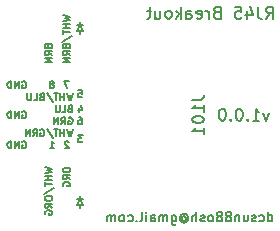
<source format=gbr>
G04 #@! TF.FileFunction,Legend,Bot*
%FSLAX46Y46*%
G04 Gerber Fmt 4.6, Leading zero omitted, Abs format (unit mm)*
G04 Created by KiCad (PCBNEW 4.0.7) date Wed May 30 19:33:10 2018*
%MOMM*%
%LPD*%
G01*
G04 APERTURE LIST*
%ADD10C,0.100000*%
%ADD11C,0.127000*%
%ADD12C,0.150000*%
%ADD13C,1.371600*%
%ADD14C,3.276600*%
%ADD15C,1.752600*%
%ADD16C,4.101600*%
%ADD17C,1.244600*%
G04 APERTURE END LIST*
D10*
D11*
X133400857Y-98760000D02*
X133458000Y-98731429D01*
X133543714Y-98731429D01*
X133629429Y-98760000D01*
X133686571Y-98817143D01*
X133715143Y-98874286D01*
X133743714Y-98988571D01*
X133743714Y-99074286D01*
X133715143Y-99188571D01*
X133686571Y-99245714D01*
X133629429Y-99302857D01*
X133543714Y-99331429D01*
X133486571Y-99331429D01*
X133400857Y-99302857D01*
X133372286Y-99274286D01*
X133372286Y-99074286D01*
X133486571Y-99074286D01*
X133115143Y-99331429D02*
X133115143Y-98731429D01*
X132772286Y-99331429D01*
X132772286Y-98731429D01*
X132486572Y-99331429D02*
X132486572Y-98731429D01*
X132343715Y-98731429D01*
X132258000Y-98760000D01*
X132200858Y-98817143D01*
X132172286Y-98874286D01*
X132143715Y-98988571D01*
X132143715Y-99074286D01*
X132172286Y-99188571D01*
X132200858Y-99245714D01*
X132258000Y-99302857D01*
X132343715Y-99331429D01*
X132486572Y-99331429D01*
X133400857Y-101300000D02*
X133458000Y-101271429D01*
X133543714Y-101271429D01*
X133629429Y-101300000D01*
X133686571Y-101357143D01*
X133715143Y-101414286D01*
X133743714Y-101528571D01*
X133743714Y-101614286D01*
X133715143Y-101728571D01*
X133686571Y-101785714D01*
X133629429Y-101842857D01*
X133543714Y-101871429D01*
X133486571Y-101871429D01*
X133400857Y-101842857D01*
X133372286Y-101814286D01*
X133372286Y-101614286D01*
X133486571Y-101614286D01*
X133115143Y-101871429D02*
X133115143Y-101271429D01*
X132772286Y-101871429D01*
X132772286Y-101271429D01*
X132486572Y-101871429D02*
X132486572Y-101271429D01*
X132343715Y-101271429D01*
X132258000Y-101300000D01*
X132200858Y-101357143D01*
X132172286Y-101414286D01*
X132143715Y-101528571D01*
X132143715Y-101614286D01*
X132172286Y-101728571D01*
X132200858Y-101785714D01*
X132258000Y-101842857D01*
X132343715Y-101871429D01*
X132486572Y-101871429D01*
X133400857Y-103840000D02*
X133458000Y-103811429D01*
X133543714Y-103811429D01*
X133629429Y-103840000D01*
X133686571Y-103897143D01*
X133715143Y-103954286D01*
X133743714Y-104068571D01*
X133743714Y-104154286D01*
X133715143Y-104268571D01*
X133686571Y-104325714D01*
X133629429Y-104382857D01*
X133543714Y-104411429D01*
X133486571Y-104411429D01*
X133400857Y-104382857D01*
X133372286Y-104354286D01*
X133372286Y-104154286D01*
X133486571Y-104154286D01*
X133115143Y-104411429D02*
X133115143Y-103811429D01*
X132772286Y-104411429D01*
X132772286Y-103811429D01*
X132486572Y-104411429D02*
X132486572Y-103811429D01*
X132343715Y-103811429D01*
X132258000Y-103840000D01*
X132200858Y-103897143D01*
X132172286Y-103954286D01*
X132143715Y-104068571D01*
X132143715Y-104154286D01*
X132172286Y-104268571D01*
X132200858Y-104325714D01*
X132258000Y-104382857D01*
X132343715Y-104411429D01*
X132486572Y-104411429D01*
X136831429Y-106175143D02*
X136831429Y-106289429D01*
X136860000Y-106346571D01*
X136917143Y-106403714D01*
X137031429Y-106432286D01*
X137231429Y-106432286D01*
X137345714Y-106403714D01*
X137402857Y-106346571D01*
X137431429Y-106289429D01*
X137431429Y-106175143D01*
X137402857Y-106118000D01*
X137345714Y-106060857D01*
X137231429Y-106032286D01*
X137031429Y-106032286D01*
X136917143Y-106060857D01*
X136860000Y-106118000D01*
X136831429Y-106175143D01*
X137431429Y-107032285D02*
X137145714Y-106832285D01*
X137431429Y-106689428D02*
X136831429Y-106689428D01*
X136831429Y-106918000D01*
X136860000Y-106975142D01*
X136888571Y-107003714D01*
X136945714Y-107032285D01*
X137031429Y-107032285D01*
X137088571Y-107003714D01*
X137117143Y-106975142D01*
X137145714Y-106918000D01*
X137145714Y-106689428D01*
X136860000Y-107603714D02*
X136831429Y-107546571D01*
X136831429Y-107460857D01*
X136860000Y-107375142D01*
X136917143Y-107318000D01*
X136974286Y-107289428D01*
X137088571Y-107260857D01*
X137174286Y-107260857D01*
X137288571Y-107289428D01*
X137345714Y-107318000D01*
X137402857Y-107375142D01*
X137431429Y-107460857D01*
X137431429Y-107518000D01*
X137402857Y-107603714D01*
X137374286Y-107632285D01*
X137174286Y-107632285D01*
X137174286Y-107518000D01*
X135307429Y-106003714D02*
X135907429Y-106146571D01*
X135478857Y-106260857D01*
X135907429Y-106375143D01*
X135307429Y-106518000D01*
X135907429Y-106746571D02*
X135307429Y-106746571D01*
X135593143Y-106746571D02*
X135593143Y-107089428D01*
X135907429Y-107089428D02*
X135307429Y-107089428D01*
X135307429Y-107289428D02*
X135307429Y-107632285D01*
X135907429Y-107460856D02*
X135307429Y-107460856D01*
X135278857Y-108260857D02*
X136050286Y-107746571D01*
X135307429Y-108575142D02*
X135307429Y-108689428D01*
X135336000Y-108746570D01*
X135393143Y-108803713D01*
X135507429Y-108832285D01*
X135707429Y-108832285D01*
X135821714Y-108803713D01*
X135878857Y-108746570D01*
X135907429Y-108689428D01*
X135907429Y-108575142D01*
X135878857Y-108517999D01*
X135821714Y-108460856D01*
X135707429Y-108432285D01*
X135507429Y-108432285D01*
X135393143Y-108460856D01*
X135336000Y-108517999D01*
X135307429Y-108575142D01*
X135907429Y-109432284D02*
X135621714Y-109232284D01*
X135907429Y-109089427D02*
X135307429Y-109089427D01*
X135307429Y-109317999D01*
X135336000Y-109375141D01*
X135364571Y-109403713D01*
X135421714Y-109432284D01*
X135507429Y-109432284D01*
X135564571Y-109403713D01*
X135593143Y-109375141D01*
X135621714Y-109317999D01*
X135621714Y-109089427D01*
X135336000Y-110003713D02*
X135307429Y-109946570D01*
X135307429Y-109860856D01*
X135336000Y-109775141D01*
X135393143Y-109717999D01*
X135450286Y-109689427D01*
X135564571Y-109660856D01*
X135650286Y-109660856D01*
X135764571Y-109689427D01*
X135821714Y-109717999D01*
X135878857Y-109775141D01*
X135907429Y-109860856D01*
X135907429Y-109917999D01*
X135878857Y-110003713D01*
X135850286Y-110032284D01*
X135650286Y-110032284D01*
X135650286Y-109917999D01*
X137709286Y-102795429D02*
X137566429Y-103395429D01*
X137452143Y-102966857D01*
X137337857Y-103395429D01*
X137195000Y-102795429D01*
X136966429Y-103395429D02*
X136966429Y-102795429D01*
X136966429Y-103081143D02*
X136623572Y-103081143D01*
X136623572Y-103395429D02*
X136623572Y-102795429D01*
X136423572Y-102795429D02*
X136080715Y-102795429D01*
X136252144Y-103395429D02*
X136252144Y-102795429D01*
X135452143Y-102766857D02*
X135966429Y-103538286D01*
X134937858Y-102824000D02*
X134995001Y-102795429D01*
X135080715Y-102795429D01*
X135166430Y-102824000D01*
X135223572Y-102881143D01*
X135252144Y-102938286D01*
X135280715Y-103052571D01*
X135280715Y-103138286D01*
X135252144Y-103252571D01*
X135223572Y-103309714D01*
X135166430Y-103366857D01*
X135080715Y-103395429D01*
X135023572Y-103395429D01*
X134937858Y-103366857D01*
X134909287Y-103338286D01*
X134909287Y-103138286D01*
X135023572Y-103138286D01*
X134309287Y-103395429D02*
X134509287Y-103109714D01*
X134652144Y-103395429D02*
X134652144Y-102795429D01*
X134423572Y-102795429D01*
X134366430Y-102824000D01*
X134337858Y-102852571D01*
X134309287Y-102909714D01*
X134309287Y-102995429D01*
X134337858Y-103052571D01*
X134366430Y-103081143D01*
X134423572Y-103109714D01*
X134652144Y-103109714D01*
X134052144Y-103395429D02*
X134052144Y-102795429D01*
X133709287Y-103395429D01*
X133709287Y-102795429D01*
X137337857Y-101808000D02*
X137395000Y-101779429D01*
X137480714Y-101779429D01*
X137566429Y-101808000D01*
X137623571Y-101865143D01*
X137652143Y-101922286D01*
X137680714Y-102036571D01*
X137680714Y-102122286D01*
X137652143Y-102236571D01*
X137623571Y-102293714D01*
X137566429Y-102350857D01*
X137480714Y-102379429D01*
X137423571Y-102379429D01*
X137337857Y-102350857D01*
X137309286Y-102322286D01*
X137309286Y-102122286D01*
X137423571Y-102122286D01*
X136709286Y-102379429D02*
X136909286Y-102093714D01*
X137052143Y-102379429D02*
X137052143Y-101779429D01*
X136823571Y-101779429D01*
X136766429Y-101808000D01*
X136737857Y-101836571D01*
X136709286Y-101893714D01*
X136709286Y-101979429D01*
X136737857Y-102036571D01*
X136766429Y-102065143D01*
X136823571Y-102093714D01*
X137052143Y-102093714D01*
X136452143Y-102379429D02*
X136452143Y-101779429D01*
X136109286Y-102379429D01*
X136109286Y-101779429D01*
X137452143Y-101049143D02*
X137366429Y-101077714D01*
X137337857Y-101106286D01*
X137309286Y-101163429D01*
X137309286Y-101249143D01*
X137337857Y-101306286D01*
X137366429Y-101334857D01*
X137423571Y-101363429D01*
X137652143Y-101363429D01*
X137652143Y-100763429D01*
X137452143Y-100763429D01*
X137395000Y-100792000D01*
X137366429Y-100820571D01*
X137337857Y-100877714D01*
X137337857Y-100934857D01*
X137366429Y-100992000D01*
X137395000Y-101020571D01*
X137452143Y-101049143D01*
X137652143Y-101049143D01*
X136766429Y-101363429D02*
X137052143Y-101363429D01*
X137052143Y-100763429D01*
X136566429Y-100763429D02*
X136566429Y-101249143D01*
X136537857Y-101306286D01*
X136509286Y-101334857D01*
X136452143Y-101363429D01*
X136337857Y-101363429D01*
X136280715Y-101334857D01*
X136252143Y-101306286D01*
X136223572Y-101249143D01*
X136223572Y-100763429D01*
X137709286Y-99747429D02*
X137566429Y-100347429D01*
X137452143Y-99918857D01*
X137337857Y-100347429D01*
X137195000Y-99747429D01*
X136966429Y-100347429D02*
X136966429Y-99747429D01*
X136966429Y-100033143D02*
X136623572Y-100033143D01*
X136623572Y-100347429D02*
X136623572Y-99747429D01*
X136423572Y-99747429D02*
X136080715Y-99747429D01*
X136252144Y-100347429D02*
X136252144Y-99747429D01*
X135452143Y-99718857D02*
X135966429Y-100490286D01*
X135052144Y-100033143D02*
X134966430Y-100061714D01*
X134937858Y-100090286D01*
X134909287Y-100147429D01*
X134909287Y-100233143D01*
X134937858Y-100290286D01*
X134966430Y-100318857D01*
X135023572Y-100347429D01*
X135252144Y-100347429D01*
X135252144Y-99747429D01*
X135052144Y-99747429D01*
X134995001Y-99776000D01*
X134966430Y-99804571D01*
X134937858Y-99861714D01*
X134937858Y-99918857D01*
X134966430Y-99976000D01*
X134995001Y-100004571D01*
X135052144Y-100033143D01*
X135252144Y-100033143D01*
X134366430Y-100347429D02*
X134652144Y-100347429D01*
X134652144Y-99747429D01*
X134166430Y-99747429D02*
X134166430Y-100233143D01*
X134137858Y-100290286D01*
X134109287Y-100318857D01*
X134052144Y-100347429D01*
X133937858Y-100347429D01*
X133880716Y-100318857D01*
X133852144Y-100290286D01*
X133823573Y-100233143D01*
X133823573Y-99747429D01*
X135593143Y-95796286D02*
X135621714Y-95882000D01*
X135650286Y-95910572D01*
X135707429Y-95939143D01*
X135793143Y-95939143D01*
X135850286Y-95910572D01*
X135878857Y-95882000D01*
X135907429Y-95824858D01*
X135907429Y-95596286D01*
X135307429Y-95596286D01*
X135307429Y-95796286D01*
X135336000Y-95853429D01*
X135364571Y-95882000D01*
X135421714Y-95910572D01*
X135478857Y-95910572D01*
X135536000Y-95882000D01*
X135564571Y-95853429D01*
X135593143Y-95796286D01*
X135593143Y-95596286D01*
X135907429Y-96539143D02*
X135621714Y-96339143D01*
X135907429Y-96196286D02*
X135307429Y-96196286D01*
X135307429Y-96424858D01*
X135336000Y-96482000D01*
X135364571Y-96510572D01*
X135421714Y-96539143D01*
X135507429Y-96539143D01*
X135564571Y-96510572D01*
X135593143Y-96482000D01*
X135621714Y-96424858D01*
X135621714Y-96196286D01*
X135907429Y-96796286D02*
X135307429Y-96796286D01*
X135907429Y-97139143D01*
X135307429Y-97139143D01*
X136831429Y-93139144D02*
X137431429Y-93282001D01*
X137002857Y-93396287D01*
X137431429Y-93510573D01*
X136831429Y-93653430D01*
X137431429Y-93882001D02*
X136831429Y-93882001D01*
X137117143Y-93882001D02*
X137117143Y-94224858D01*
X137431429Y-94224858D02*
X136831429Y-94224858D01*
X136831429Y-94424858D02*
X136831429Y-94767715D01*
X137431429Y-94596286D02*
X136831429Y-94596286D01*
X136802857Y-95396287D02*
X137574286Y-94882001D01*
X137117143Y-95796286D02*
X137145714Y-95882000D01*
X137174286Y-95910572D01*
X137231429Y-95939143D01*
X137317143Y-95939143D01*
X137374286Y-95910572D01*
X137402857Y-95882000D01*
X137431429Y-95824858D01*
X137431429Y-95596286D01*
X136831429Y-95596286D01*
X136831429Y-95796286D01*
X136860000Y-95853429D01*
X136888571Y-95882000D01*
X136945714Y-95910572D01*
X137002857Y-95910572D01*
X137060000Y-95882000D01*
X137088571Y-95853429D01*
X137117143Y-95796286D01*
X137117143Y-95596286D01*
X137431429Y-96539143D02*
X137145714Y-96339143D01*
X137431429Y-96196286D02*
X136831429Y-96196286D01*
X136831429Y-96424858D01*
X136860000Y-96482000D01*
X136888571Y-96510572D01*
X136945714Y-96539143D01*
X137031429Y-96539143D01*
X137088571Y-96510572D01*
X137117143Y-96482000D01*
X137145714Y-96424858D01*
X137145714Y-96196286D01*
X137431429Y-96796286D02*
X136831429Y-96796286D01*
X137431429Y-97139143D01*
X136831429Y-97139143D01*
D12*
X154042477Y-93416381D02*
X154375811Y-92940190D01*
X154613906Y-93416381D02*
X154613906Y-92416381D01*
X154232953Y-92416381D01*
X154137715Y-92464000D01*
X154090096Y-92511619D01*
X154042477Y-92606857D01*
X154042477Y-92749714D01*
X154090096Y-92844952D01*
X154137715Y-92892571D01*
X154232953Y-92940190D01*
X154613906Y-92940190D01*
X153328191Y-92416381D02*
X153328191Y-93130667D01*
X153375811Y-93273524D01*
X153471049Y-93368762D01*
X153613906Y-93416381D01*
X153709144Y-93416381D01*
X152423429Y-92749714D02*
X152423429Y-93416381D01*
X152661525Y-92368762D02*
X152899620Y-93083048D01*
X152280572Y-93083048D01*
X151423429Y-92416381D02*
X151899620Y-92416381D01*
X151947239Y-92892571D01*
X151899620Y-92844952D01*
X151804382Y-92797333D01*
X151566286Y-92797333D01*
X151471048Y-92844952D01*
X151423429Y-92892571D01*
X151375810Y-92987810D01*
X151375810Y-93225905D01*
X151423429Y-93321143D01*
X151471048Y-93368762D01*
X151566286Y-93416381D01*
X151804382Y-93416381D01*
X151899620Y-93368762D01*
X151947239Y-93321143D01*
X149852000Y-92892571D02*
X149709143Y-92940190D01*
X149661524Y-92987810D01*
X149613905Y-93083048D01*
X149613905Y-93225905D01*
X149661524Y-93321143D01*
X149709143Y-93368762D01*
X149804381Y-93416381D01*
X150185334Y-93416381D01*
X150185334Y-92416381D01*
X149852000Y-92416381D01*
X149756762Y-92464000D01*
X149709143Y-92511619D01*
X149661524Y-92606857D01*
X149661524Y-92702095D01*
X149709143Y-92797333D01*
X149756762Y-92844952D01*
X149852000Y-92892571D01*
X150185334Y-92892571D01*
X149185334Y-93416381D02*
X149185334Y-92749714D01*
X149185334Y-92940190D02*
X149137715Y-92844952D01*
X149090096Y-92797333D01*
X148994858Y-92749714D01*
X148899619Y-92749714D01*
X148185333Y-93368762D02*
X148280571Y-93416381D01*
X148471048Y-93416381D01*
X148566286Y-93368762D01*
X148613905Y-93273524D01*
X148613905Y-92892571D01*
X148566286Y-92797333D01*
X148471048Y-92749714D01*
X148280571Y-92749714D01*
X148185333Y-92797333D01*
X148137714Y-92892571D01*
X148137714Y-92987810D01*
X148613905Y-93083048D01*
X147280571Y-93416381D02*
X147280571Y-92892571D01*
X147328190Y-92797333D01*
X147423428Y-92749714D01*
X147613905Y-92749714D01*
X147709143Y-92797333D01*
X147280571Y-93368762D02*
X147375809Y-93416381D01*
X147613905Y-93416381D01*
X147709143Y-93368762D01*
X147756762Y-93273524D01*
X147756762Y-93178286D01*
X147709143Y-93083048D01*
X147613905Y-93035429D01*
X147375809Y-93035429D01*
X147280571Y-92987810D01*
X146804381Y-93416381D02*
X146804381Y-92416381D01*
X146709143Y-93035429D02*
X146423428Y-93416381D01*
X146423428Y-92749714D02*
X146804381Y-93130667D01*
X145852000Y-93416381D02*
X145947238Y-93368762D01*
X145994857Y-93321143D01*
X146042476Y-93225905D01*
X146042476Y-92940190D01*
X145994857Y-92844952D01*
X145947238Y-92797333D01*
X145852000Y-92749714D01*
X145709142Y-92749714D01*
X145613904Y-92797333D01*
X145566285Y-92844952D01*
X145518666Y-92940190D01*
X145518666Y-93225905D01*
X145566285Y-93321143D01*
X145613904Y-93368762D01*
X145709142Y-93416381D01*
X145852000Y-93416381D01*
X144661523Y-92749714D02*
X144661523Y-93416381D01*
X145090095Y-92749714D02*
X145090095Y-93273524D01*
X145042476Y-93368762D01*
X144947238Y-93416381D01*
X144804380Y-93416381D01*
X144709142Y-93368762D01*
X144661523Y-93321143D01*
X144328190Y-92749714D02*
X143947238Y-92749714D01*
X144185333Y-92416381D02*
X144185333Y-93273524D01*
X144137714Y-93368762D01*
X144042476Y-93416381D01*
X143947238Y-93416381D01*
X154288857Y-101385714D02*
X154050762Y-102052381D01*
X153812666Y-101385714D01*
X152907904Y-102052381D02*
X153479333Y-102052381D01*
X153193619Y-102052381D02*
X153193619Y-101052381D01*
X153288857Y-101195238D01*
X153384095Y-101290476D01*
X153479333Y-101338095D01*
X152479333Y-101957143D02*
X152431714Y-102004762D01*
X152479333Y-102052381D01*
X152526952Y-102004762D01*
X152479333Y-101957143D01*
X152479333Y-102052381D01*
X151812667Y-101052381D02*
X151717428Y-101052381D01*
X151622190Y-101100000D01*
X151574571Y-101147619D01*
X151526952Y-101242857D01*
X151479333Y-101433333D01*
X151479333Y-101671429D01*
X151526952Y-101861905D01*
X151574571Y-101957143D01*
X151622190Y-102004762D01*
X151717428Y-102052381D01*
X151812667Y-102052381D01*
X151907905Y-102004762D01*
X151955524Y-101957143D01*
X152003143Y-101861905D01*
X152050762Y-101671429D01*
X152050762Y-101433333D01*
X152003143Y-101242857D01*
X151955524Y-101147619D01*
X151907905Y-101100000D01*
X151812667Y-101052381D01*
X151050762Y-101957143D02*
X151003143Y-102004762D01*
X151050762Y-102052381D01*
X151098381Y-102004762D01*
X151050762Y-101957143D01*
X151050762Y-102052381D01*
X150384096Y-101052381D02*
X150288857Y-101052381D01*
X150193619Y-101100000D01*
X150146000Y-101147619D01*
X150098381Y-101242857D01*
X150050762Y-101433333D01*
X150050762Y-101671429D01*
X150098381Y-101861905D01*
X150146000Y-101957143D01*
X150193619Y-102004762D01*
X150288857Y-102052381D01*
X150384096Y-102052381D01*
X150479334Y-102004762D01*
X150526953Y-101957143D01*
X150574572Y-101861905D01*
X150622191Y-101671429D01*
X150622191Y-101433333D01*
X150574572Y-101242857D01*
X150526953Y-101147619D01*
X150479334Y-101100000D01*
X150384096Y-101052381D01*
X154202573Y-110597905D02*
X154202573Y-109797905D01*
X154202573Y-110559810D02*
X154278763Y-110597905D01*
X154431144Y-110597905D01*
X154507335Y-110559810D01*
X154545430Y-110521714D01*
X154583525Y-110445524D01*
X154583525Y-110216952D01*
X154545430Y-110140762D01*
X154507335Y-110102667D01*
X154431144Y-110064571D01*
X154278763Y-110064571D01*
X154202573Y-110102667D01*
X153478763Y-110559810D02*
X153554953Y-110597905D01*
X153707334Y-110597905D01*
X153783525Y-110559810D01*
X153821620Y-110521714D01*
X153859715Y-110445524D01*
X153859715Y-110216952D01*
X153821620Y-110140762D01*
X153783525Y-110102667D01*
X153707334Y-110064571D01*
X153554953Y-110064571D01*
X153478763Y-110102667D01*
X153174001Y-110559810D02*
X153097811Y-110597905D01*
X152945430Y-110597905D01*
X152869239Y-110559810D01*
X152831144Y-110483619D01*
X152831144Y-110445524D01*
X152869239Y-110369333D01*
X152945430Y-110331238D01*
X153059715Y-110331238D01*
X153135906Y-110293143D01*
X153174001Y-110216952D01*
X153174001Y-110178857D01*
X153135906Y-110102667D01*
X153059715Y-110064571D01*
X152945430Y-110064571D01*
X152869239Y-110102667D01*
X152145430Y-110064571D02*
X152145430Y-110597905D01*
X152488287Y-110064571D02*
X152488287Y-110483619D01*
X152450192Y-110559810D01*
X152374001Y-110597905D01*
X152259715Y-110597905D01*
X152183525Y-110559810D01*
X152145430Y-110521714D01*
X151764477Y-110064571D02*
X151764477Y-110597905D01*
X151764477Y-110140762D02*
X151726382Y-110102667D01*
X151650191Y-110064571D01*
X151535905Y-110064571D01*
X151459715Y-110102667D01*
X151421620Y-110178857D01*
X151421620Y-110597905D01*
X150926381Y-110140762D02*
X151002572Y-110102667D01*
X151040667Y-110064571D01*
X151078762Y-109988381D01*
X151078762Y-109950286D01*
X151040667Y-109874095D01*
X151002572Y-109836000D01*
X150926381Y-109797905D01*
X150774000Y-109797905D01*
X150697810Y-109836000D01*
X150659714Y-109874095D01*
X150621619Y-109950286D01*
X150621619Y-109988381D01*
X150659714Y-110064571D01*
X150697810Y-110102667D01*
X150774000Y-110140762D01*
X150926381Y-110140762D01*
X151002572Y-110178857D01*
X151040667Y-110216952D01*
X151078762Y-110293143D01*
X151078762Y-110445524D01*
X151040667Y-110521714D01*
X151002572Y-110559810D01*
X150926381Y-110597905D01*
X150774000Y-110597905D01*
X150697810Y-110559810D01*
X150659714Y-110521714D01*
X150621619Y-110445524D01*
X150621619Y-110293143D01*
X150659714Y-110216952D01*
X150697810Y-110178857D01*
X150774000Y-110140762D01*
X150164476Y-110140762D02*
X150240667Y-110102667D01*
X150278762Y-110064571D01*
X150316857Y-109988381D01*
X150316857Y-109950286D01*
X150278762Y-109874095D01*
X150240667Y-109836000D01*
X150164476Y-109797905D01*
X150012095Y-109797905D01*
X149935905Y-109836000D01*
X149897809Y-109874095D01*
X149859714Y-109950286D01*
X149859714Y-109988381D01*
X149897809Y-110064571D01*
X149935905Y-110102667D01*
X150012095Y-110140762D01*
X150164476Y-110140762D01*
X150240667Y-110178857D01*
X150278762Y-110216952D01*
X150316857Y-110293143D01*
X150316857Y-110445524D01*
X150278762Y-110521714D01*
X150240667Y-110559810D01*
X150164476Y-110597905D01*
X150012095Y-110597905D01*
X149935905Y-110559810D01*
X149897809Y-110521714D01*
X149859714Y-110445524D01*
X149859714Y-110293143D01*
X149897809Y-110216952D01*
X149935905Y-110178857D01*
X150012095Y-110140762D01*
X149402571Y-110597905D02*
X149478762Y-110559810D01*
X149516857Y-110521714D01*
X149554952Y-110445524D01*
X149554952Y-110216952D01*
X149516857Y-110140762D01*
X149478762Y-110102667D01*
X149402571Y-110064571D01*
X149288285Y-110064571D01*
X149212095Y-110102667D01*
X149174000Y-110140762D01*
X149135904Y-110216952D01*
X149135904Y-110445524D01*
X149174000Y-110521714D01*
X149212095Y-110559810D01*
X149288285Y-110597905D01*
X149402571Y-110597905D01*
X148831142Y-110559810D02*
X148754952Y-110597905D01*
X148602571Y-110597905D01*
X148526380Y-110559810D01*
X148488285Y-110483619D01*
X148488285Y-110445524D01*
X148526380Y-110369333D01*
X148602571Y-110331238D01*
X148716856Y-110331238D01*
X148793047Y-110293143D01*
X148831142Y-110216952D01*
X148831142Y-110178857D01*
X148793047Y-110102667D01*
X148716856Y-110064571D01*
X148602571Y-110064571D01*
X148526380Y-110102667D01*
X148145428Y-110597905D02*
X148145428Y-109797905D01*
X147802571Y-110597905D02*
X147802571Y-110178857D01*
X147840666Y-110102667D01*
X147916856Y-110064571D01*
X148031142Y-110064571D01*
X148107333Y-110102667D01*
X148145428Y-110140762D01*
X146926380Y-110216952D02*
X146964475Y-110178857D01*
X147040665Y-110140762D01*
X147116856Y-110140762D01*
X147193046Y-110178857D01*
X147231142Y-110216952D01*
X147269237Y-110293143D01*
X147269237Y-110369333D01*
X147231142Y-110445524D01*
X147193046Y-110483619D01*
X147116856Y-110521714D01*
X147040665Y-110521714D01*
X146964475Y-110483619D01*
X146926380Y-110445524D01*
X146926380Y-110140762D02*
X146926380Y-110445524D01*
X146888284Y-110483619D01*
X146850189Y-110483619D01*
X146773999Y-110445524D01*
X146735904Y-110369333D01*
X146735904Y-110178857D01*
X146812094Y-110064571D01*
X146926380Y-109988381D01*
X147078761Y-109950286D01*
X147231142Y-109988381D01*
X147345427Y-110064571D01*
X147421618Y-110178857D01*
X147459713Y-110331238D01*
X147421618Y-110483619D01*
X147345427Y-110597905D01*
X147231142Y-110674095D01*
X147078761Y-110712190D01*
X146926380Y-110674095D01*
X146812094Y-110597905D01*
X146050190Y-110064571D02*
X146050190Y-110712190D01*
X146088285Y-110788381D01*
X146126380Y-110826476D01*
X146202571Y-110864571D01*
X146316856Y-110864571D01*
X146393047Y-110826476D01*
X146050190Y-110559810D02*
X146126380Y-110597905D01*
X146278761Y-110597905D01*
X146354952Y-110559810D01*
X146393047Y-110521714D01*
X146431142Y-110445524D01*
X146431142Y-110216952D01*
X146393047Y-110140762D01*
X146354952Y-110102667D01*
X146278761Y-110064571D01*
X146126380Y-110064571D01*
X146050190Y-110102667D01*
X145669237Y-110597905D02*
X145669237Y-110064571D01*
X145669237Y-110140762D02*
X145631142Y-110102667D01*
X145554951Y-110064571D01*
X145440665Y-110064571D01*
X145364475Y-110102667D01*
X145326380Y-110178857D01*
X145326380Y-110597905D01*
X145326380Y-110178857D02*
X145288284Y-110102667D01*
X145212094Y-110064571D01*
X145097808Y-110064571D01*
X145021618Y-110102667D01*
X144983523Y-110178857D01*
X144983523Y-110597905D01*
X144259713Y-110597905D02*
X144259713Y-110178857D01*
X144297808Y-110102667D01*
X144373998Y-110064571D01*
X144526379Y-110064571D01*
X144602570Y-110102667D01*
X144259713Y-110559810D02*
X144335903Y-110597905D01*
X144526379Y-110597905D01*
X144602570Y-110559810D01*
X144640665Y-110483619D01*
X144640665Y-110407429D01*
X144602570Y-110331238D01*
X144526379Y-110293143D01*
X144335903Y-110293143D01*
X144259713Y-110255048D01*
X143878760Y-110597905D02*
X143878760Y-110064571D01*
X143878760Y-109797905D02*
X143916855Y-109836000D01*
X143878760Y-109874095D01*
X143840665Y-109836000D01*
X143878760Y-109797905D01*
X143878760Y-109874095D01*
X143383522Y-110597905D02*
X143459713Y-110559810D01*
X143497808Y-110483619D01*
X143497808Y-109797905D01*
X143078760Y-110521714D02*
X143040665Y-110559810D01*
X143078760Y-110597905D01*
X143116855Y-110559810D01*
X143078760Y-110521714D01*
X143078760Y-110597905D01*
X142354951Y-110559810D02*
X142431141Y-110597905D01*
X142583522Y-110597905D01*
X142659713Y-110559810D01*
X142697808Y-110521714D01*
X142735903Y-110445524D01*
X142735903Y-110216952D01*
X142697808Y-110140762D01*
X142659713Y-110102667D01*
X142583522Y-110064571D01*
X142431141Y-110064571D01*
X142354951Y-110102667D01*
X141897808Y-110597905D02*
X141973999Y-110559810D01*
X142012094Y-110521714D01*
X142050189Y-110445524D01*
X142050189Y-110216952D01*
X142012094Y-110140762D01*
X141973999Y-110102667D01*
X141897808Y-110064571D01*
X141783522Y-110064571D01*
X141707332Y-110102667D01*
X141669237Y-110140762D01*
X141631141Y-110216952D01*
X141631141Y-110445524D01*
X141669237Y-110521714D01*
X141707332Y-110559810D01*
X141783522Y-110597905D01*
X141897808Y-110597905D01*
X141288284Y-110597905D02*
X141288284Y-110064571D01*
X141288284Y-110140762D02*
X141250189Y-110102667D01*
X141173998Y-110064571D01*
X141059712Y-110064571D01*
X140983522Y-110102667D01*
X140945427Y-110178857D01*
X140945427Y-110597905D01*
X140945427Y-110178857D02*
X140907331Y-110102667D01*
X140831141Y-110064571D01*
X140716855Y-110064571D01*
X140640665Y-110102667D01*
X140602570Y-110178857D01*
X140602570Y-110597905D01*
X138303000Y-94488000D02*
X138303000Y-94742000D01*
X138557000Y-93980000D02*
X138049000Y-93980000D01*
X138557000Y-94488000D02*
X138049000Y-94488000D01*
X138303000Y-93980000D02*
X138557000Y-94488000D01*
X138303000Y-93980000D02*
X138303000Y-93726000D01*
X138049000Y-94488000D02*
X138303000Y-93980000D01*
X138557000Y-108712000D02*
X138049000Y-108712000D01*
X138303000Y-109220000D02*
X138303000Y-109474000D01*
X138557000Y-109220000D02*
X138049000Y-109220000D01*
X138049000Y-109220000D02*
X138303000Y-108712000D01*
X138303000Y-108712000D02*
X138303000Y-108458000D01*
X138303000Y-108712000D02*
X138557000Y-109220000D01*
D11*
X135947143Y-98988571D02*
X136004285Y-98960000D01*
X136032857Y-98931429D01*
X136061428Y-98874286D01*
X136061428Y-98845714D01*
X136032857Y-98788571D01*
X136004285Y-98760000D01*
X135947143Y-98731429D01*
X135832857Y-98731429D01*
X135775714Y-98760000D01*
X135747143Y-98788571D01*
X135718571Y-98845714D01*
X135718571Y-98874286D01*
X135747143Y-98931429D01*
X135775714Y-98960000D01*
X135832857Y-98988571D01*
X135947143Y-98988571D01*
X136004285Y-99017143D01*
X136032857Y-99045714D01*
X136061428Y-99102857D01*
X136061428Y-99217143D01*
X136032857Y-99274286D01*
X136004285Y-99302857D01*
X135947143Y-99331429D01*
X135832857Y-99331429D01*
X135775714Y-99302857D01*
X135747143Y-99274286D01*
X135718571Y-99217143D01*
X135718571Y-99102857D01*
X135747143Y-99045714D01*
X135775714Y-99017143D01*
X135832857Y-98988571D01*
X137360000Y-98731429D02*
X136960000Y-98731429D01*
X137217143Y-99331429D01*
X138160143Y-99493429D02*
X138445857Y-99493429D01*
X138474428Y-99779143D01*
X138445857Y-99750571D01*
X138388714Y-99722000D01*
X138245857Y-99722000D01*
X138188714Y-99750571D01*
X138160143Y-99779143D01*
X138131571Y-99836286D01*
X138131571Y-99979143D01*
X138160143Y-100036286D01*
X138188714Y-100064857D01*
X138245857Y-100093429D01*
X138388714Y-100093429D01*
X138445857Y-100064857D01*
X138474428Y-100036286D01*
X138188714Y-100963429D02*
X138188714Y-101363429D01*
X138331571Y-100734857D02*
X138474428Y-101163429D01*
X138103000Y-101163429D01*
X138188714Y-101779429D02*
X138303000Y-101779429D01*
X138360143Y-101808000D01*
X138388714Y-101836571D01*
X138445857Y-101922286D01*
X138474428Y-102036571D01*
X138474428Y-102265143D01*
X138445857Y-102322286D01*
X138417285Y-102350857D01*
X138360143Y-102379429D01*
X138245857Y-102379429D01*
X138188714Y-102350857D01*
X138160143Y-102322286D01*
X138131571Y-102265143D01*
X138131571Y-102122286D01*
X138160143Y-102065143D01*
X138188714Y-102036571D01*
X138245857Y-102008000D01*
X138360143Y-102008000D01*
X138417285Y-102036571D01*
X138445857Y-102065143D01*
X138474428Y-102122286D01*
X138503000Y-103303429D02*
X138131571Y-103303429D01*
X138331571Y-103532000D01*
X138245857Y-103532000D01*
X138188714Y-103560571D01*
X138160143Y-103589143D01*
X138131571Y-103646286D01*
X138131571Y-103789143D01*
X138160143Y-103846286D01*
X138188714Y-103874857D01*
X138245857Y-103903429D01*
X138417285Y-103903429D01*
X138474428Y-103874857D01*
X138503000Y-103846286D01*
X137331428Y-103868571D02*
X137302857Y-103840000D01*
X137245714Y-103811429D01*
X137102857Y-103811429D01*
X137045714Y-103840000D01*
X137017143Y-103868571D01*
X136988571Y-103925714D01*
X136988571Y-103982857D01*
X137017143Y-104068571D01*
X137360000Y-104411429D01*
X136988571Y-104411429D01*
X135718571Y-104411429D02*
X136061428Y-104411429D01*
X135890000Y-104411429D02*
X135890000Y-103811429D01*
X135947143Y-103897143D01*
X136004285Y-103954286D01*
X136061428Y-103982857D01*
D12*
X147788381Y-100314286D02*
X148502667Y-100314286D01*
X148645524Y-100266666D01*
X148740762Y-100171428D01*
X148788381Y-100028571D01*
X148788381Y-99933333D01*
X148788381Y-101314286D02*
X148788381Y-100742857D01*
X148788381Y-101028571D02*
X147788381Y-101028571D01*
X147931238Y-100933333D01*
X148026476Y-100838095D01*
X148074095Y-100742857D01*
X147788381Y-101933333D02*
X147788381Y-102028572D01*
X147836000Y-102123810D01*
X147883619Y-102171429D01*
X147978857Y-102219048D01*
X148169333Y-102266667D01*
X148407429Y-102266667D01*
X148597905Y-102219048D01*
X148693143Y-102171429D01*
X148740762Y-102123810D01*
X148788381Y-102028572D01*
X148788381Y-101933333D01*
X148740762Y-101838095D01*
X148693143Y-101790476D01*
X148597905Y-101742857D01*
X148407429Y-101695238D01*
X148169333Y-101695238D01*
X147978857Y-101742857D01*
X147883619Y-101790476D01*
X147836000Y-101838095D01*
X147788381Y-101933333D01*
X148788381Y-103219048D02*
X148788381Y-102647619D01*
X148788381Y-102933333D02*
X147788381Y-102933333D01*
X147931238Y-102838095D01*
X148026476Y-102742857D01*
X148074095Y-102647619D01*
%LPC*%
D13*
X134620000Y-104140000D03*
X134620000Y-99060000D03*
X134620000Y-101600000D03*
D14*
X132080000Y-107950000D03*
X132080000Y-95250000D03*
D15*
X144250000Y-106040000D03*
X141710000Y-104770000D03*
X144250000Y-103500000D03*
X141710000Y-102230000D03*
X144250000Y-100960000D03*
X141710000Y-99690000D03*
X144250000Y-98420000D03*
X141710000Y-97150000D03*
D16*
X152250000Y-106600000D03*
X152250000Y-96600000D03*
D15*
X148250000Y-108130000D03*
X148250000Y-105590000D03*
X148250000Y-97610000D03*
X148250000Y-95070000D03*
D17*
X129540000Y-101600000D03*
D13*
X136144000Y-98044000D03*
X137668000Y-98044000D03*
X139192000Y-99060000D03*
X139192000Y-100584000D03*
X139192000Y-102616000D03*
X139192000Y-104140000D03*
X137668000Y-105156000D03*
X136144000Y-105156000D03*
X139192000Y-109728000D03*
X139192000Y-108204000D03*
X139192000Y-94996000D03*
X139192000Y-93472000D03*
M02*

</source>
